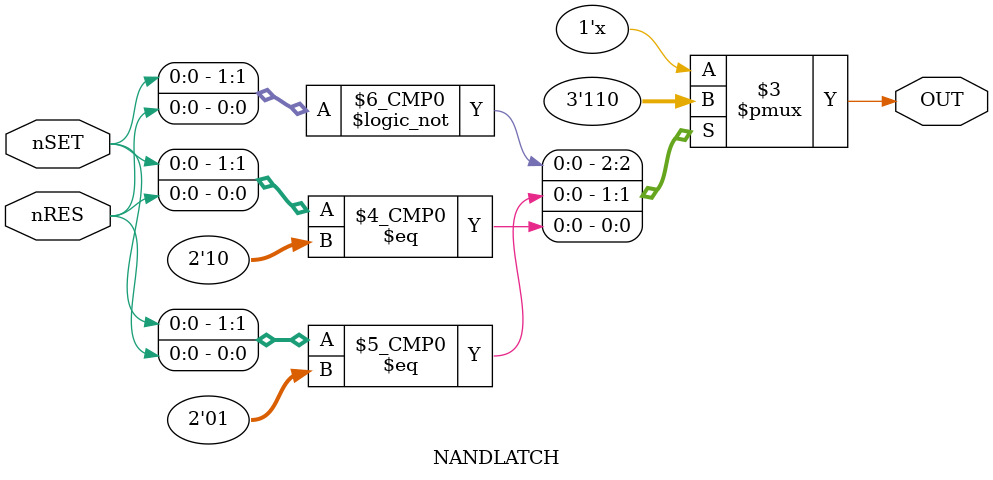
<source format=v>
module NANDLATCH(
	input nSET,
	input nRES,
	output reg OUT
);

always @(*) begin
	case({nSET, nRES})
    	2'b00: OUT <= 1'b1;	// Set has priority
    	2'b01: OUT <= 1'b1;	// Normal set
    	2'b10: OUT <= 1'b0;	// Reset
    	2'b11: OUT <= OUT;	// Latch
	endcase
end

endmodule

</source>
